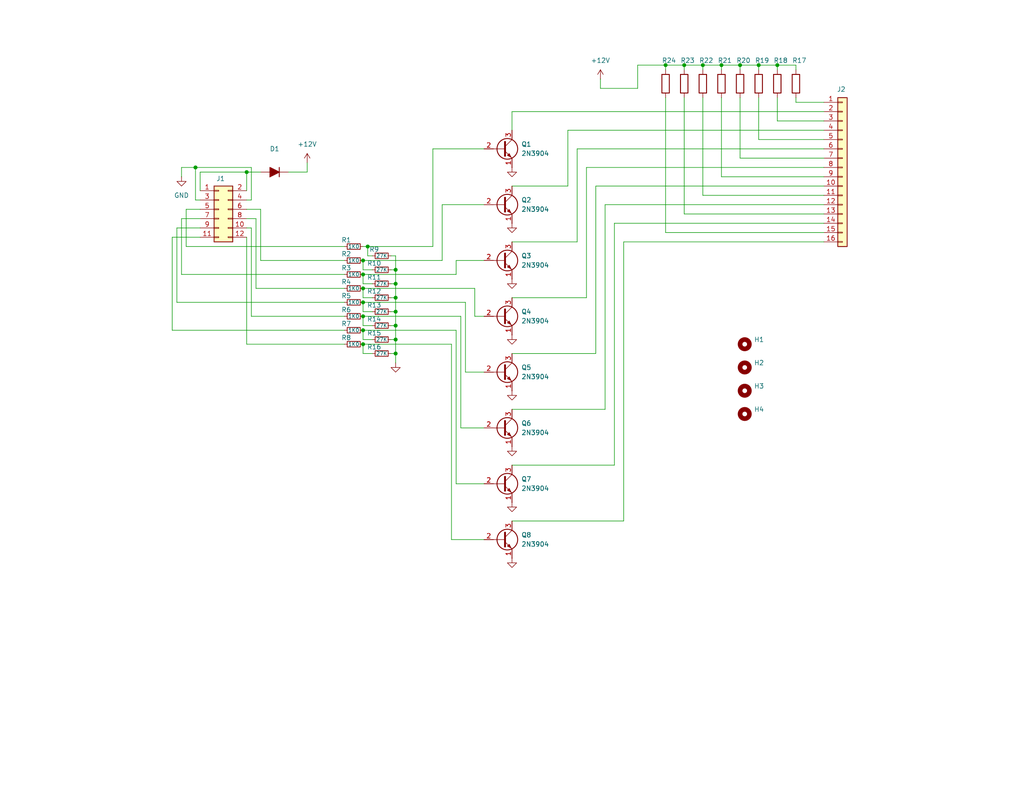
<source format=kicad_sch>
(kicad_sch (version 20250114) (generator "eeschema") (generator_version "9.0")
  (paper "A")
  (title_block (title "Serial Model Railroad Control") (date "2025-03-23") (rev "n/c") (company "DMFE") (comment 1 "Lighting Daughter Board") (comment 2 "8 independent transistor outputs"))
  (lib_symbols
    (symbol "Connector_Generic:Conn_01x16" (pin_names (offset 1.016) (hide yes))
      (property "Reference" "J" (at 0 20.32 0))
      (property "Value" "Conn_01x16" (at 0 -22.86 0))
      (symbol "Conn_01x16_1_1"
        (rectangle (start -1.27 19.05) (end 1.27 -21.59) (stroke (width 0.254)) (fill (type background)))
        (rectangle (start -1.27 17.907) (end 0 17.653) (stroke (width 0.1524)))
        (rectangle (start -1.27 15.367) (end 0 15.113) (stroke (width 0.1524)))
        (rectangle (start -1.27 12.827) (end 0 12.573) (stroke (width 0.1524)))
        (rectangle (start -1.27 10.287) (end 0 10.033) (stroke (width 0.1524)))
        (rectangle (start -1.27 7.747) (end 0 7.493) (stroke (width 0.1524)))
        (rectangle (start -1.27 5.207) (end 0 4.953) (stroke (width 0.1524)))
        (rectangle (start -1.27 2.667) (end 0 2.413) (stroke (width 0.1524)))
        (rectangle (start -1.27 0.127) (end 0 -0.127) (stroke (width 0.1524)))
        (rectangle (start -1.27 -2.413) (end 0 -2.667) (stroke (width 0.1524)))
        (rectangle (start -1.27 -4.953) (end 0 -5.207) (stroke (width 0.1524)))
        (rectangle (start -1.27 -7.493) (end 0 -7.747) (stroke (width 0.1524)))
        (rectangle (start -1.27 -10.033) (end 0 -10.287) (stroke (width 0.1524)))
        (rectangle (start -1.27 -12.573) (end 0 -12.827) (stroke (width 0.1524)))
        (rectangle (start -1.27 -15.113) (end 0 -15.367) (stroke (width 0.1524)))
        (rectangle (start -1.27 -17.653) (end 0 -17.907) (stroke (width 0.1524)))
        (rectangle (start -1.27 -20.193) (end 0 -20.447) (stroke (width 0.1524)))
        (pin passive line (at -5.08 17.78 0) (length 3.81) (name "Pin_1") (number "1"))
        (pin passive line (at -5.08 15.24 0) (length 3.81) (name "Pin_2") (number "2"))
        (pin passive line (at -5.08 12.7 0) (length 3.81) (name "Pin_3") (number "3"))
        (pin passive line (at -5.08 10.16 0) (length 3.81) (name "Pin_4") (number "4"))
        (pin passive line (at -5.08 7.62 0) (length 3.81) (name "Pin_5") (number "5"))
        (pin passive line (at -5.08 5.08 0) (length 3.81) (name "Pin_6") (number "6"))
        (pin passive line (at -5.08 2.54 0) (length 3.81) (name "Pin_7") (number "7"))
        (pin passive line (at -5.08 0 0) (length 3.81) (name "Pin_8") (number "8"))
        (pin passive line (at -5.08 -2.54 0) (length 3.81) (name "Pin_9") (number "9"))
        (pin passive line (at -5.08 -5.08 0) (length 3.81) (name "Pin_10") (number "10"))
        (pin passive line (at -5.08 -7.62 0) (length 3.81) (name "Pin_11") (number "11"))
        (pin passive line (at -5.08 -10.16 0) (length 3.81) (name "Pin_12") (number "12"))
        (pin passive line (at -5.08 -12.7 0) (length 3.81) (name "Pin_13") (number "13"))
        (pin passive line (at -5.08 -15.24 0) (length 3.81) (name "Pin_14") (number "14"))
        (pin passive line (at -5.08 -17.78 0) (length 3.81) (name "Pin_15") (number "15"))
        (pin passive line (at -5.08 -20.32 0) (length 3.81) (name "Pin_16") (number "16"))
      )
    )
    (symbol "Connector_Generic:Conn_02x06_Odd_Even" (pin_names (offset 1.016) (hide yes))
      (property "Reference" "J" (at 1.27 7.62 0))
      (property "Value" "Conn_02x06_Odd_Even" (at 1.27 -10.16 0))
      (symbol "Conn_02x06_Odd_Even_1_1"
        (rectangle (start -1.27 6.35) (end 3.81 -8.89) (stroke (width 0.254)) (fill (type background)))
        (rectangle (start -1.27 5.207) (end 0 4.953) (stroke (width 0.1524)))
        (rectangle (start -1.27 2.667) (end 0 2.413) (stroke (width 0.1524)))
        (rectangle (start -1.27 0.127) (end 0 -0.127) (stroke (width 0.1524)))
        (rectangle (start -1.27 -2.413) (end 0 -2.667) (stroke (width 0.1524)))
        (rectangle (start -1.27 -4.953) (end 0 -5.207) (stroke (width 0.1524)))
        (rectangle (start -1.27 -7.493) (end 0 -7.747) (stroke (width 0.1524)))
        (rectangle (start 3.81 5.207) (end 2.54 4.953) (stroke (width 0.1524)))
        (rectangle (start 3.81 2.667) (end 2.54 2.413) (stroke (width 0.1524)))
        (rectangle (start 3.81 0.127) (end 2.54 -0.127) (stroke (width 0.1524)))
        (rectangle (start 3.81 -2.413) (end 2.54 -2.667) (stroke (width 0.1524)))
        (rectangle (start 3.81 -4.953) (end 2.54 -5.207) (stroke (width 0.1524)))
        (rectangle (start 3.81 -7.493) (end 2.54 -7.747) (stroke (width 0.1524)))
        (pin passive line (at -5.08 5.08 0) (length 3.81) (name "Pin_1") (number "1"))
        (pin passive line (at -5.08 2.54 0) (length 3.81) (name "Pin_3") (number "3"))
        (pin passive line (at -5.08 0 0) (length 3.81) (name "Pin_5") (number "5"))
        (pin passive line (at -5.08 -2.54 0) (length 3.81) (name "Pin_7") (number "7"))
        (pin passive line (at -5.08 -5.08 0) (length 3.81) (name "Pin_9") (number "9"))
        (pin passive line (at -5.08 -7.62 0) (length 3.81) (name "Pin_11") (number "11"))
        (pin passive line (at 7.62 5.08 180) (length 3.81) (name "Pin_2") (number "2"))
        (pin passive line (at 7.62 2.54 180) (length 3.81) (name "Pin_4") (number "4"))
        (pin passive line (at 7.62 0 180) (length 3.81) (name "Pin_6") (number "6"))
        (pin passive line (at 7.62 -2.54 180) (length 3.81) (name "Pin_8") (number "8"))
        (pin passive line (at 7.62 -5.08 180) (length 3.81) (name "Pin_10") (number "10"))
        (pin passive line (at 7.62 -7.62 180) (length 3.81) (name "Pin_12") (number "12"))
      )
    )
    (symbol "Device:D_Filled" (pin_numbers (hide yes)) (pin_names (offset 1.016) (hide yes))
      (property "Reference" "D" (at 0 2.54 0))
      (property "Value" "D_Filled" (at 0 -2.54 0))
      (symbol "D_Filled_0_1"
        (polyline (pts (xy -1.27 1.27) (xy -1.27 -1.27)) (stroke (width 0.254)))
        (polyline (pts (xy 1.27 1.27) (xy 1.27 -1.27) (xy -1.27 0) (xy 1.27 1.27)) (stroke (width 0.254)) (fill (type outline)))
        (polyline (pts (xy 1.27 0) (xy -1.27 0)))
      )
      (symbol "D_Filled_1_1"
        (pin passive line (at -3.81 0 0) (length 2.54) (name "K") (number "1"))
        (pin passive line (at 3.81 0 180) (length 2.54) (name "A") (number "2"))
      )
    )
    (symbol "Device:R" (pin_numbers (hide yes)) (pin_names (offset 0))
      (property "Reference" "R" (at 2.032 0 90))
      (property "Value" "R" (at 0 0 90))
      (symbol "R_0_1"
        (rectangle (start -1.016 -2.54) (end 1.016 2.54) (stroke (width 0.254)))
      )
      (symbol "R_1_1"
        (pin passive line (at 0 3.81 270) (length 1.27) (name "~") (number "1"))
        (pin passive line (at 0 -3.81 90) (length 1.27) (name "~") (number "2"))
      )
    )
    (symbol "Device:R_Small" (pin_numbers (hide yes)) (pin_names (offset 0.254) (hide yes))
      (property "Reference" "R" (at 0.762 0.508 0))
      (property "Value" "R_Small" (at 0.762 -1.016 0))
      (symbol "R_Small_0_1"
        (rectangle (start -0.762 1.778) (end 0.762 -1.778) (stroke (width 0.2032)))
      )
      (symbol "R_Small_1_1"
        (pin passive line (at 0 2.54 270) (length 0.762) (name "~") (number "1"))
        (pin passive line (at 0 -2.54 90) (length 0.762) (name "~") (number "2"))
      )
    )
    (symbol "Mechanical:MountingHole" (pin_names (offset 1.016)) (exclude_from_sim yes) (in_bom no)
      (property "Reference" "H" (at 0 5.08 0))
      (property "Value" "MountingHole" (at 0 3.175 0))
      (symbol "MountingHole_0_1"
        (circle (center 0 0) (radius 1.27) (stroke (width 1.27)))
      )
    )
    (symbol "Transistor_BJT:2N3904" (pin_names (offset 0) (hide yes))
      (property "Reference" "Q" (at 5.08 1.905 0))
      (property "Value" "2N3904" (at 5.08 0 0))
      (symbol "2N3904_0_1"
        (polyline (pts (xy -2.54 0) (xy 0.635 0)))
        (polyline (pts (xy 0.635 1.905) (xy 0.635 -1.905)) (stroke (width 0.508)))
        (circle (center 1.27 0) (radius 2.8194) (stroke (width 0.254)))
      )
      (symbol "2N3904_1_1"
        (polyline (pts (xy 0.635 0.635) (xy 2.54 2.54)))
        (polyline (pts (xy 0.635 -0.635) (xy 2.54 -2.54)))
        (polyline (pts (xy 1.27 -1.778) (xy 1.778 -1.27) (xy 2.286 -2.286) (xy 1.27 -1.778)) (fill (type outline)))
        (pin input line (at -5.08 0 0) (length 2.54) (name "B") (number "2"))
        (pin passive line (at 2.54 5.08 270) (length 2.54) (name "C") (number "3"))
        (pin passive line (at 2.54 -5.08 90) (length 2.54) (name "E") (number "1"))
      )
    )
    (symbol "power:+12V" (power) (pin_numbers (hide yes)) (pin_names (offset 0) (hide yes))
      (property "Value" "+12V" (at 0 3.556 0))
      (symbol "+12V_0_1"
        (polyline (pts (xy -0.762 1.27) (xy 0 2.54)))
        (polyline (pts (xy 0 2.54) (xy 0.762 1.27)))
        (polyline (pts (xy 0 0) (xy 0 2.54)))
      )
      (symbol "+12V_1_1"
        (pin power_in line (at 0 0 90) (length 0) (name "~") (number "1"))
      )
    )
    (symbol "power:GND" (power) (pin_numbers (hide yes)) (pin_names (offset 0) (hide yes))
      (property "Value" "GND" (at 0 -3.81 0))
      (symbol "GND_0_1"
        (polyline (pts (xy 0 0) (xy 0 -1.27) (xy 1.27 -1.27) (xy 0 -2.54) (xy -1.27 -1.27) (xy 0 -1.27)))
      )
      (symbol "GND_1_1"
        (pin power_in line (at 0 0 270) (length 0) (name "~") (number "1"))
      )
    )
  )
  (junction (at 186.69 17.78))
  (junction (at 107.95 81.28))
  (junction (at 99.06 74.93))
  (junction (at 99.06 90.17))
  (junction (at 99.06 93.98))
  (junction (at 107.95 92.71))
  (junction (at 99.06 78.74))
  (junction (at 107.95 77.47))
  (junction (at 191.77 17.78))
  (junction (at 99.06 71.12))
  (junction (at 201.93 17.78))
  (junction (at 207.01 17.78))
  (junction (at 196.85 17.78))
  (junction (at 99.06 82.55))
  (junction (at 53.34 45.72))
  (junction (at 107.95 88.9))
  (junction (at 107.95 73.66))
  (junction (at 107.95 96.52))
  (junction (at 181.61 17.78))
  (junction (at 99.06 86.36))
  (junction (at 100.33 67.31))
  (junction (at 67.31 46.99))
  (junction (at 212.09 17.78))
  (junction (at 107.95 85.09))
  (wire (pts (xy 107.95 81.28) (xy 107.95 77.47)))
  (wire (pts (xy 99.06 88.9) (xy 101.6 88.9)))
  (wire (pts (xy 93.98 71.12) (xy 71.12 71.12)))
  (wire (pts (xy 99.06 92.71) (xy 101.6 92.71)))
  (wire (pts (xy 125.73 116.84) (xy 132.08 116.84)))
  (wire (pts (xy 196.85 17.78) (xy 201.93 17.78)))
  (wire (pts (xy 99.06 78.74) (xy 99.06 81.28)))
  (wire (pts (xy 162.56 50.8) (xy 224.79 50.8)))
  (wire (pts (xy 170.18 66.04) (xy 224.79 66.04)))
  (wire (pts (xy 54.61 52.07) (xy 54.61 46.99)))
  (wire (pts (xy 50.8 67.31) (xy 50.8 57.15)))
  (wire (pts (xy 93.98 78.74) (xy 69.85 78.74)))
  (wire (pts (xy 139.7 30.48) (xy 224.79 30.48)))
  (wire (pts (xy 123.19 93.98) (xy 123.19 147.32)))
  (wire (pts (xy 186.69 26.67) (xy 186.69 58.42)))
  (wire (pts (xy 196.85 26.67) (xy 196.85 48.26)))
  (wire (pts (xy 93.98 90.17) (xy 46.99 90.17)))
  (wire (pts (xy 139.7 96.52) (xy 162.56 96.52)))
  (wire (pts (xy 48.26 62.23) (xy 54.61 62.23)))
  (wire (pts (xy 69.85 59.69) (xy 67.31 59.69)))
  (wire (pts (xy 120.65 71.12) (xy 120.65 55.88)))
  (wire (pts (xy 165.1 55.88) (xy 224.79 55.88)))
  (wire (pts (xy 124.46 71.12) (xy 132.08 71.12)))
  (wire (pts (xy 124.46 132.08) (xy 132.08 132.08)))
  (wire (pts (xy 186.69 17.78) (xy 191.77 17.78)))
  (wire (pts (xy 106.68 88.9) (xy 107.95 88.9)))
  (wire (pts (xy 127 101.6) (xy 132.08 101.6)))
  (wire (pts (xy 181.61 17.78) (xy 186.69 17.78)))
  (wire (pts (xy 99.06 74.93) (xy 99.06 77.47)))
  (wire (pts (xy 165.1 111.76) (xy 165.1 55.88)))
  (wire (pts (xy 139.7 30.48) (xy 139.7 35.56)))
  (wire (pts (xy 54.61 54.61) (xy 53.34 54.61)))
  (wire (pts (xy 106.68 77.47) (xy 107.95 77.47)))
  (wire (pts (xy 217.17 17.78) (xy 217.17 19.05)))
  (wire (pts (xy 71.12 71.12) (xy 71.12 57.15)))
  (wire (pts (xy 107.95 69.85) (xy 106.68 69.85)))
  (wire (pts (xy 83.82 46.99) (xy 83.82 44.45)))
  (wire (pts (xy 100.33 67.31) (xy 100.33 69.85)))
  (wire (pts (xy 99.06 77.47) (xy 101.6 77.47)))
  (wire (pts (xy 50.8 57.15) (xy 54.61 57.15)))
  (wire (pts (xy 212.09 17.78) (xy 212.09 19.05)))
  (wire (pts (xy 191.77 26.67) (xy 191.77 53.34)))
  (wire (pts (xy 207.01 17.78) (xy 212.09 17.78)))
  (wire (pts (xy 154.94 50.8) (xy 154.94 35.56)))
  (wire (pts (xy 78.74 46.99) (xy 83.82 46.99)))
  (wire (pts (xy 67.31 93.98) (xy 67.31 64.77)))
  (wire (pts (xy 106.68 81.28) (xy 107.95 81.28)))
  (wire (pts (xy 217.17 27.94) (xy 224.79 27.94)))
  (wire (pts (xy 139.7 81.28) (xy 160.02 81.28)))
  (wire (pts (xy 139.7 142.24) (xy 170.18 142.24)))
  (wire (pts (xy 212.09 26.67) (xy 212.09 33.02)))
  (wire (pts (xy 93.98 67.31) (xy 50.8 67.31)))
  (wire (pts (xy 68.58 54.61) (xy 67.31 54.61)))
  (wire (pts (xy 54.61 46.99) (xy 67.31 46.99)))
  (wire (pts (xy 127 82.55) (xy 127 101.6)))
  (wire (pts (xy 67.31 46.99) (xy 67.31 52.07)))
  (wire (pts (xy 68.58 45.72) (xy 68.58 54.61)))
  (wire (pts (xy 139.7 50.8) (xy 154.94 50.8)))
  (wire (pts (xy 201.93 17.78) (xy 207.01 17.78)))
  (wire (pts (xy 99.06 90.17) (xy 124.46 90.17)))
  (wire (pts (xy 67.31 46.99) (xy 71.12 46.99)))
  (wire (pts (xy 107.95 77.47) (xy 107.95 73.66)))
  (wire (pts (xy 107.95 85.09) (xy 107.95 81.28)))
  (wire (pts (xy 106.68 96.52) (xy 107.95 96.52)))
  (wire (pts (xy 173.99 24.13) (xy 173.99 17.78)))
  (wire (pts (xy 99.06 67.31) (xy 100.33 67.31)))
  (wire (pts (xy 191.77 53.34) (xy 224.79 53.34)))
  (wire (pts (xy 217.17 26.67) (xy 217.17 27.94)))
  (wire (pts (xy 49.53 59.69) (xy 54.61 59.69)))
  (wire (pts (xy 107.95 73.66) (xy 107.95 69.85)))
  (wire (pts (xy 163.83 24.13) (xy 173.99 24.13)))
  (wire (pts (xy 69.85 78.74) (xy 69.85 59.69)))
  (wire (pts (xy 162.56 96.52) (xy 162.56 50.8)))
  (wire (pts (xy 181.61 26.67) (xy 181.61 63.5)))
  (wire (pts (xy 68.58 86.36) (xy 68.58 62.23)))
  (wire (pts (xy 201.93 43.18) (xy 224.79 43.18)))
  (wire (pts (xy 125.73 86.36) (xy 125.73 116.84)))
  (wire (pts (xy 68.58 62.23) (xy 67.31 62.23)))
  (wire (pts (xy 106.68 92.71) (xy 107.95 92.71)))
  (wire (pts (xy 139.7 127) (xy 167.64 127)))
  (wire (pts (xy 71.12 57.15) (xy 67.31 57.15)))
  (wire (pts (xy 99.06 86.36) (xy 125.73 86.36)))
  (wire (pts (xy 99.06 93.98) (xy 123.19 93.98)))
  (wire (pts (xy 191.77 17.78) (xy 196.85 17.78)))
  (wire (pts (xy 93.98 86.36) (xy 68.58 86.36)))
  (wire (pts (xy 201.93 26.67) (xy 201.93 43.18)))
  (wire (pts (xy 160.02 45.72) (xy 224.79 45.72)))
  (wire (pts (xy 99.06 81.28) (xy 101.6 81.28)))
  (wire (pts (xy 170.18 142.24) (xy 170.18 66.04)))
  (wire (pts (xy 129.54 78.74) (xy 129.54 86.36)))
  (wire (pts (xy 99.06 86.36) (xy 99.06 88.9)))
  (wire (pts (xy 107.95 92.71) (xy 107.95 88.9)))
  (wire (pts (xy 46.99 90.17) (xy 46.99 64.77)))
  (wire (pts (xy 107.95 96.52) (xy 107.95 92.71)))
  (wire (pts (xy 186.69 17.78) (xy 186.69 19.05)))
  (wire (pts (xy 196.85 48.26) (xy 224.79 48.26)))
  (wire (pts (xy 123.19 147.32) (xy 132.08 147.32)))
  (wire (pts (xy 99.06 93.98) (xy 99.06 96.52)))
  (wire (pts (xy 167.64 127) (xy 167.64 60.96)))
  (wire (pts (xy 46.99 64.77) (xy 54.61 64.77)))
  (wire (pts (xy 163.83 21.59) (xy 163.83 24.13)))
  (wire (pts (xy 99.06 82.55) (xy 127 82.55)))
  (wire (pts (xy 99.06 82.55) (xy 99.06 85.09)))
  (wire (pts (xy 99.06 73.66) (xy 101.6 73.66)))
  (wire (pts (xy 154.94 35.56) (xy 224.79 35.56)))
  (wire (pts (xy 186.69 58.42) (xy 224.79 58.42)))
  (wire (pts (xy 191.77 17.78) (xy 191.77 19.05)))
  (wire (pts (xy 99.06 85.09) (xy 101.6 85.09)))
  (wire (pts (xy 173.99 17.78) (xy 181.61 17.78)))
  (wire (pts (xy 49.53 48.26) (xy 49.53 45.72)))
  (wire (pts (xy 106.68 73.66) (xy 107.95 73.66)))
  (wire (pts (xy 48.26 82.55) (xy 48.26 62.23)))
  (wire (pts (xy 207.01 17.78) (xy 207.01 19.05)))
  (wire (pts (xy 129.54 86.36) (xy 132.08 86.36)))
  (wire (pts (xy 49.53 45.72) (xy 53.34 45.72)))
  (wire (pts (xy 118.11 40.64) (xy 132.08 40.64)))
  (wire (pts (xy 99.06 71.12) (xy 120.65 71.12)))
  (wire (pts (xy 139.7 66.04) (xy 157.48 66.04)))
  (wire (pts (xy 207.01 26.67) (xy 207.01 38.1)))
  (wire (pts (xy 212.09 17.78) (xy 217.17 17.78)))
  (wire (pts (xy 106.68 85.09) (xy 107.95 85.09)))
  (wire (pts (xy 201.93 17.78) (xy 201.93 19.05)))
  (wire (pts (xy 99.06 78.74) (xy 129.54 78.74)))
  (wire (pts (xy 181.61 17.78) (xy 181.61 19.05)))
  (wire (pts (xy 49.53 74.93) (xy 49.53 59.69)))
  (wire (pts (xy 99.06 74.93) (xy 124.46 74.93)))
  (wire (pts (xy 181.61 63.5) (xy 224.79 63.5)))
  (wire (pts (xy 53.34 45.72) (xy 68.58 45.72)))
  (wire (pts (xy 93.98 74.93) (xy 49.53 74.93)))
  (wire (pts (xy 107.95 88.9) (xy 107.95 85.09)))
  (wire (pts (xy 207.01 38.1) (xy 224.79 38.1)))
  (wire (pts (xy 100.33 69.85) (xy 101.6 69.85)))
  (wire (pts (xy 212.09 33.02) (xy 224.79 33.02)))
  (wire (pts (xy 157.48 66.04) (xy 157.48 40.64)))
  (wire (pts (xy 157.48 40.64) (xy 224.79 40.64)))
  (wire (pts (xy 107.95 99.06) (xy 107.95 96.52)))
  (wire (pts (xy 124.46 90.17) (xy 124.46 132.08)))
  (wire (pts (xy 160.02 81.28) (xy 160.02 45.72)))
  (wire (pts (xy 118.11 67.31) (xy 118.11 40.64)))
  (wire (pts (xy 124.46 74.93) (xy 124.46 71.12)))
  (wire (pts (xy 196.85 17.78) (xy 196.85 19.05)))
  (wire (pts (xy 99.06 90.17) (xy 99.06 92.71)))
  (wire (pts (xy 53.34 54.61) (xy 53.34 45.72)))
  (wire (pts (xy 99.06 71.12) (xy 99.06 73.66)))
  (wire (pts (xy 93.98 82.55) (xy 48.26 82.55)))
  (wire (pts (xy 99.06 96.52) (xy 101.6 96.52)))
  (wire (pts (xy 120.65 55.88) (xy 132.08 55.88)))
  (wire (pts (xy 167.64 60.96) (xy 224.79 60.96)))
  (wire (pts (xy 139.7 111.76) (xy 165.1 111.76)))
  (wire (pts (xy 93.98 93.98) (xy 67.31 93.98)))
  (wire (pts (xy 100.33 67.31) (xy 118.11 67.31)))
  (symbol (lib_id "Transistor_BJT:2N3904") (at 137.16 116.84 0) (unit 1)
    (property "Reference" "Q6" (at 142.24 115.5699 0) (effects (justify left)))
    (property "Value" "2N3904" (at 142.24 118.1099 0) (effects (justify left)))
    (property "Footprint" "Package_TO_SOT_THT:TO-92_Inline" (effects (hide yes)))
    (property "Datasheet" "https://www.onsemi.com/pub/Collateral/2N3903-D.PDF" (effects (hide yes)))
    (property "Description" "0.2A Ic, 40V Vce, Small Signal NPN Transistor, TO-92" (effects (hide yes)))
  )
  (symbol (lib_id "Device:R_Small") (at 104.14 96.52 90) (unit 1)
    (property "Reference" "R16" (at 102.108 94.742 90))
    (property "Value" "27K" (at 104.14 96.52 90) (effects (font (size 1.016 1.016))))
    (property "Footprint" "Resistor_SMD:R_0805_2012Metric_Pad1.20x1.40mm_HandSolder" (effects (hide yes)))
    (property "Description" "Resistor, small symbol" (effects (hide yes)))
  )
  (symbol (lib_id "Device:R_Small") (at 96.52 74.93 90) (unit 1)
    (property "Reference" "R3" (at 94.488 73.152 90))
    (property "Value" "1K0" (at 96.52 74.93 90) (effects (font (size 1.016 1.016))))
    (property "Footprint" "Resistor_SMD:R_0805_2012Metric_Pad1.20x1.40mm_HandSolder" (effects (hide yes)))
    (property "Description" "Resistor, small symbol" (effects (hide yes)))
  )
  (symbol (lib_id "Device:R_Small") (at 96.52 67.31 90) (unit 1)
    (property "Reference" "R1" (at 94.488 65.532 90))
    (property "Value" "1K0" (at 96.52 67.31 90) (effects (font (size 1.016 1.016))))
    (property "Footprint" "Resistor_SMD:R_0805_2012Metric_Pad1.20x1.40mm_HandSolder" (effects (hide yes)))
    (property "Description" "Resistor, small symbol" (effects (hide yes)))
  )
  (symbol (lib_id "Transistor_BJT:2N3904") (at 137.16 71.12 0) (unit 1)
    (property "Reference" "Q3" (at 142.24 69.8499 0) (effects (justify left)))
    (property "Value" "2N3904" (at 142.24 72.3899 0) (effects (justify left)))
    (property "Footprint" "Package_TO_SOT_THT:TO-92_Inline" (effects (hide yes)))
    (property "Datasheet" "https://www.onsemi.com/pub/Collateral/2N3903-D.PDF" (effects (hide yes)))
    (property "Description" "0.2A Ic, 40V Vce, Small Signal NPN Transistor, TO-92" (effects (hide yes)))
  )
  (symbol (lib_id "Device:R") (at 196.85 22.86 0) (unit 1)
    (property "Reference" "R21" (at 195.834 16.51 0) (effects (justify left)))
    (property "Value" "1K0" (effects (hide yes)))
    (property "Footprint" "Resistor_THT:R_Axial_DIN0207_L6.3mm_D2.5mm_P10.16mm_Horizontal" (effects (hide yes)))
    (property "Description" "Resistor" (effects (hide yes)))
  )
  (symbol (lib_id "Device:R") (at 207.01 22.86 0) (unit 1)
    (property "Reference" "R19" (at 205.994 16.51 0) (effects (justify left)))
    (property "Value" "1K0" (effects (hide yes)))
    (property "Footprint" "Resistor_THT:R_Axial_DIN0207_L6.3mm_D2.5mm_P10.16mm_Horizontal" (effects (hide yes)))
    (property "Description" "Resistor" (effects (hide yes)))
  )
  (symbol (lib_id "Transistor_BJT:2N3904") (at 137.16 86.36 0) (unit 1)
    (property "Reference" "Q4" (at 142.24 85.0899 0) (effects (justify left)))
    (property "Value" "2N3904" (at 142.24 87.6299 0) (effects (justify left)))
    (property "Footprint" "Package_TO_SOT_THT:TO-92_Inline" (effects (hide yes)))
    (property "Datasheet" "https://www.onsemi.com/pub/Collateral/2N3903-D.PDF" (effects (hide yes)))
    (property "Description" "0.2A Ic, 40V Vce, Small Signal NPN Transistor, TO-92" (effects (hide yes)))
  )
  (symbol (lib_id "Device:R") (at 181.61 22.86 0) (unit 1)
    (property "Reference" "R24" (at 180.594 16.51 0) (effects (justify left)))
    (property "Value" "1K0" (effects (hide yes)))
    (property "Footprint" "Resistor_THT:R_Axial_DIN0207_L6.3mm_D2.5mm_P10.16mm_Horizontal" (effects (hide yes)))
    (property "Description" "Resistor" (effects (hide yes)))
  )
  (symbol (lib_id "power:GND") (at 139.7 137.16 0) (unit 1)
    (property "Reference" "#PWR09" (effects (hide yes)))
    (property "Value" "GND" (effects (hide yes)))
    (property "Description" "Power symbol creates a global label with name \"GND\" , ground" (effects (hide yes)))
  )
  (symbol (lib_id "Device:R_Small") (at 104.14 81.28 90) (unit 1)
    (property "Reference" "R12" (at 102.108 79.502 90))
    (property "Value" "27K" (at 104.14 81.28 90) (effects (font (size 1.016 1.016))))
    (property "Footprint" "Resistor_SMD:R_0805_2012Metric_Pad1.20x1.40mm_HandSolder" (effects (hide yes)))
    (property "Description" "Resistor, small symbol" (effects (hide yes)))
  )
  (symbol (lib_id "power:GND") (at 139.7 152.4 0) (unit 1)
    (property "Reference" "#PWR010" (effects (hide yes)))
    (property "Value" "GND" (effects (hide yes)))
    (property "Description" "Power symbol creates a global label with name \"GND\" , ground" (effects (hide yes)))
  )
  (symbol (lib_id "Device:R_Small") (at 96.52 71.12 90) (unit 1)
    (property "Reference" "R2" (at 94.488 69.342 90))
    (property "Value" "1K0" (at 96.52 71.12 90) (effects (font (size 1.016 1.016))))
    (property "Footprint" "Resistor_SMD:R_0805_2012Metric_Pad1.20x1.40mm_HandSolder" (effects (hide yes)))
    (property "Description" "Resistor, small symbol" (effects (hide yes)))
  )
  (symbol (lib_id "Device:R_Small") (at 96.52 78.74 90) (unit 1)
    (property "Reference" "R4" (at 94.488 76.962 90))
    (property "Value" "1K0" (at 96.52 78.74 90) (effects (font (size 1.016 1.016))))
    (property "Footprint" "Resistor_SMD:R_0805_2012Metric_Pad1.20x1.40mm_HandSolder" (effects (hide yes)))
    (property "Description" "Resistor, small symbol" (effects (hide yes)))
  )
  (symbol (lib_id "Device:R") (at 186.69 22.86 0) (unit 1)
    (property "Reference" "R23" (at 185.674 16.51 0) (effects (justify left)))
    (property "Value" "1K0" (effects (hide yes)))
    (property "Footprint" "Resistor_THT:R_Axial_DIN0207_L6.3mm_D2.5mm_P10.16mm_Horizontal" (effects (hide yes)))
    (property "Description" "Resistor" (effects (hide yes)))
  )
  (symbol (lib_id "power:GND") (at 139.7 91.44 0) (unit 1)
    (property "Reference" "#PWR06" (effects (hide yes)))
    (property "Value" "GND" (effects (hide yes)))
    (property "Description" "Power symbol creates a global label with name \"GND\" , ground" (effects (hide yes)))
  )
  (symbol (lib_id "Device:R_Small") (at 96.52 93.98 90) (unit 1)
    (property "Reference" "R8" (at 94.488 92.202 90))
    (property "Value" "1K0" (at 96.52 93.98 90) (effects (font (size 1.016 1.016))))
    (property "Footprint" "Resistor_SMD:R_0805_2012Metric_Pad1.20x1.40mm_HandSolder" (effects (hide yes)))
    (property "Description" "Resistor, small symbol" (effects (hide yes)))
  )
  (symbol (lib_id "Device:R") (at 191.77 22.86 0) (unit 1)
    (property "Reference" "R22" (at 190.754 16.51 0) (effects (justify left)))
    (property "Value" "1K0" (effects (hide yes)))
    (property "Footprint" "Resistor_THT:R_Axial_DIN0207_L6.3mm_D2.5mm_P10.16mm_Horizontal" (effects (hide yes)))
    (property "Description" "Resistor" (effects (hide yes)))
  )
  (symbol (lib_id "Connector_Generic:Conn_02x06_Odd_Even") (at 59.69 57.15 0) (unit 1)
    (property "Reference" "J1" (at 60.198 48.768 0))
    (property "Value" "Conn_02x06_Odd_Even" (effects (hide yes)))
    (property "Footprint" "Connector_PinHeader_2.54mm:PinHeader_2x06_P2.54mm_Vertical" (effects (hide yes)))
    (property "Description" "Generic connector, double row, 02x06, odd/even pin numbering scheme (row 1 odd numbers, row 2 even numbers), script generated (kicad-library-utils/schlib/autogen/connector/)" (effects (hide yes)))
  )
  (symbol (lib_id "power:GND") (at 139.7 60.96 0) (unit 1)
    (property "Reference" "#PWR04" (effects (hide yes)))
    (property "Value" "GND" (effects (hide yes)))
    (property "Description" "Power symbol creates a global label with name \"GND\" , ground" (effects (hide yes)))
  )
  (symbol (lib_id "Device:R_Small") (at 96.52 90.17 90) (unit 1)
    (property "Reference" "R7" (at 94.488 88.392 90))
    (property "Value" "1K0" (at 96.52 90.17 90) (effects (font (size 1.016 1.016))))
    (property "Footprint" "Resistor_SMD:R_0805_2012Metric_Pad1.20x1.40mm_HandSolder" (effects (hide yes)))
    (property "Description" "Resistor, small symbol" (effects (hide yes)))
  )
  (symbol (lib_id "Device:R_Small") (at 104.14 69.85 90) (unit 1)
    (property "Reference" "R9" (at 102.108 68.072 90))
    (property "Value" "27K" (at 104.14 69.85 90) (effects (font (size 1.016 1.016))))
    (property "Footprint" "Resistor_SMD:R_0805_2012Metric_Pad1.20x1.40mm_HandSolder" (effects (hide yes)))
    (property "Description" "Resistor, small symbol" (effects (hide yes)))
  )
  (symbol (lib_id "Transistor_BJT:2N3904") (at 137.16 101.6 0) (unit 1)
    (property "Reference" "Q5" (at 142.24 100.3299 0) (effects (justify left)))
    (property "Value" "2N3904" (at 142.24 102.8699 0) (effects (justify left)))
    (property "Footprint" "Package_TO_SOT_THT:TO-92_Inline" (effects (hide yes)))
    (property "Datasheet" "https://www.onsemi.com/pub/Collateral/2N3903-D.PDF" (effects (hide yes)))
    (property "Description" "0.2A Ic, 40V Vce, Small Signal NPN Transistor, TO-92" (effects (hide yes)))
  )
  (symbol (lib_id "power:GND") (at 139.7 45.72 0) (unit 1)
    (property "Reference" "#PWR03" (effects (hide yes)))
    (property "Value" "GND" (effects (hide yes)))
    (property "Description" "Power symbol creates a global label with name \"GND\" , ground" (effects (hide yes)))
  )
  (symbol (lib_id "Device:R_Small") (at 104.14 85.09 90) (unit 1)
    (property "Reference" "R13" (at 102.108 83.312 90))
    (property "Value" "27K" (at 104.14 85.09 90) (effects (font (size 1.016 1.016))))
    (property "Footprint" "Resistor_SMD:R_0805_2012Metric_Pad1.20x1.40mm_HandSolder" (effects (hide yes)))
    (property "Description" "Resistor, small symbol" (effects (hide yes)))
  )
  (symbol (lib_id "Device:R_Small") (at 96.52 82.55 90) (unit 1)
    (property "Reference" "R5" (at 94.488 80.772 90))
    (property "Value" "1K0" (at 96.52 82.55 90) (effects (font (size 1.016 1.016))))
    (property "Footprint" "Resistor_SMD:R_0805_2012Metric_Pad1.20x1.40mm_HandSolder" (effects (hide yes)))
    (property "Description" "Resistor, small symbol" (effects (hide yes)))
  )
  (symbol (lib_id "power:GND") (at 107.95 99.06 0) (unit 1)
    (property "Reference" "#PWR011" (effects (hide yes)))
    (property "Value" "GND" (effects (hide yes)))
    (property "Description" "Power symbol creates a global label with name \"GND\" , ground" (effects (hide yes)))
  )
  (symbol (lib_id "Mechanical:MountingHole") (at 203.2 113.03 0) (unit 1) (exclude_from_sim yes) (in_bom no)
    (property "Reference" "H4" (at 205.74 111.7599 0) (effects (justify left)))
    (property "Value" "MountingHole" (effects (hide yes)))
    (property "Footprint" "MountingHole:MountingHole_3.2mm_M3" (effects (hide yes)))
    (property "Description" "Mounting Hole without connection" (effects (hide yes)))
  )
  (symbol (lib_id "power:GND") (at 139.7 121.92 0) (unit 1)
    (property "Reference" "#PWR08" (effects (hide yes)))
    (property "Value" "GND" (effects (hide yes)))
    (property "Description" "Power symbol creates a global label with name \"GND\" , ground" (effects (hide yes)))
  )
  (symbol (lib_id "Device:R") (at 212.09 22.86 0) (unit 1)
    (property "Reference" "R18" (at 211.074 16.51 0) (effects (justify left)))
    (property "Value" "1K0" (effects (hide yes)))
    (property "Footprint" "Resistor_THT:R_Axial_DIN0207_L6.3mm_D2.5mm_P10.16mm_Horizontal" (effects (hide yes)))
    (property "Description" "Resistor" (effects (hide yes)))
  )
  (symbol (lib_id "power:+12V") (at 163.83 21.59 0) (unit 1)
    (property "Reference" "#PWR012" (effects (hide yes)))
    (property "Value" "+12V" (at 163.83 16.51 0))
    (property "Description" "Power symbol creates a global label with name \"+12V\"" (effects (hide yes)))
  )
  (symbol (lib_id "Transistor_BJT:2N3904") (at 137.16 40.64 0) (unit 1)
    (property "Reference" "Q1" (at 142.24 39.3699 0) (effects (justify left)))
    (property "Value" "2N3904" (at 142.24 41.9099 0) (effects (justify left)))
    (property "Footprint" "Package_TO_SOT_THT:TO-92_Inline" (effects (hide yes)))
    (property "Datasheet" "https://www.onsemi.com/pub/Collateral/2N3903-D.PDF" (effects (hide yes)))
    (property "Description" "0.2A Ic, 40V Vce, Small Signal NPN Transistor, TO-92" (effects (hide yes)))
  )
  (symbol (lib_id "Mechanical:MountingHole") (at 203.2 100.33 0) (unit 1) (exclude_from_sim yes) (in_bom no)
    (property "Reference" "H2" (at 205.74 99.0599 0) (effects (justify left)))
    (property "Value" "MountingHole" (effects (hide yes)))
    (property "Footprint" "MountingHole:MountingHole_3.2mm_M3" (effects (hide yes)))
    (property "Description" "Mounting Hole without connection" (effects (hide yes)))
  )
  (symbol (lib_id "power:GND") (at 139.7 76.2 0) (unit 1)
    (property "Reference" "#PWR05" (effects (hide yes)))
    (property "Value" "GND" (effects (hide yes)))
    (property "Description" "Power symbol creates a global label with name \"GND\" , ground" (effects (hide yes)))
  )
  (symbol (lib_id "Device:R_Small") (at 104.14 73.66 90) (unit 1)
    (property "Reference" "R10" (at 102.108 71.882 90))
    (property "Value" "27K" (at 104.14 73.66 90) (effects (font (size 1.016 1.016))))
    (property "Footprint" "Resistor_SMD:R_0805_2012Metric_Pad1.20x1.40mm_HandSolder" (effects (hide yes)))
    (property "Description" "Resistor, small symbol" (effects (hide yes)))
  )
  (symbol (lib_id "power:+12V") (at 83.82 44.45 0) (unit 1)
    (property "Reference" "#PWR01" (effects (hide yes)))
    (property "Value" "+12V" (at 83.82 39.37 0))
    (property "Description" "Power symbol creates a global label with name \"+12V\"" (effects (hide yes)))
  )
  (symbol (lib_id "Mechanical:MountingHole") (at 203.2 93.98 0) (unit 1) (exclude_from_sim yes) (in_bom no)
    (property "Reference" "H1" (at 205.74 92.7099 0) (effects (justify left)))
    (property "Value" "MountingHole" (effects (hide yes)))
    (property "Footprint" "MountingHole:MountingHole_3.2mm_M3" (effects (hide yes)))
    (property "Description" "Mounting Hole without connection" (effects (hide yes)))
  )
  (symbol (lib_id "Device:R") (at 201.93 22.86 0) (unit 1)
    (property "Reference" "R20" (at 200.914 16.51 0) (effects (justify left)))
    (property "Value" "1K0" (effects (hide yes)))
    (property "Footprint" "Resistor_THT:R_Axial_DIN0207_L6.3mm_D2.5mm_P10.16mm_Horizontal" (effects (hide yes)))
    (property "Description" "Resistor" (effects (hide yes)))
  )
  (symbol (lib_id "Transistor_BJT:2N3904") (at 137.16 132.08 0) (unit 1)
    (property "Reference" "Q7" (at 142.24 130.8099 0) (effects (justify left)))
    (property "Value" "2N3904" (at 142.24 133.3499 0) (effects (justify left)))
    (property "Footprint" "Package_TO_SOT_THT:TO-92_Inline" (effects (hide yes)))
    (property "Datasheet" "https://www.onsemi.com/pub/Collateral/2N3903-D.PDF" (effects (hide yes)))
    (property "Description" "0.2A Ic, 40V Vce, Small Signal NPN Transistor, TO-92" (effects (hide yes)))
  )
  (symbol (lib_id "Device:R_Small") (at 104.14 88.9 90) (unit 1)
    (property "Reference" "R14" (at 102.108 87.122 90))
    (property "Value" "27K" (at 104.14 88.9 90) (effects (font (size 1.016 1.016))))
    (property "Footprint" "Resistor_SMD:R_0805_2012Metric_Pad1.20x1.40mm_HandSolder" (effects (hide yes)))
    (property "Description" "Resistor, small symbol" (effects (hide yes)))
  )
  (symbol (lib_id "Device:R") (at 217.17 22.86 0) (unit 1)
    (property "Reference" "R17" (at 216.154 16.51 0) (effects (justify left)))
    (property "Value" "1K0" (effects (hide yes)))
    (property "Footprint" "Resistor_THT:R_Axial_DIN0207_L6.3mm_D2.5mm_P10.16mm_Horizontal" (effects (hide yes)))
    (property "Description" "Resistor" (effects (hide yes)))
  )
  (symbol (lib_id "Mechanical:MountingHole") (at 203.2 106.68 0) (unit 1) (exclude_from_sim yes) (in_bom no)
    (property "Reference" "H3" (at 205.74 105.4099 0) (effects (justify left)))
    (property "Value" "MountingHole" (effects (hide yes)))
    (property "Footprint" "MountingHole:MountingHole_3.2mm_M3" (effects (hide yes)))
    (property "Description" "Mounting Hole without connection" (effects (hide yes)))
  )
  (symbol (lib_id "Device:D_Filled") (at 74.93 46.99 180) (unit 1)
    (property "Reference" "D1" (at 74.93 40.64 0))
    (property "Value" "SMA" (effects (hide yes)))
    (property "Footprint" "Diode_SMD:D_SMA_Handsoldering" (effects (hide yes)))
    (property "Description" "Diode, filled shape" (effects (hide yes)))
    (property "Sim.Device" "D" (effects (hide yes)))
    (property "Sim.Pins" "1=K 2=A" (effects (hide yes)))
  )
  (symbol (lib_id "Transistor_BJT:2N3904") (at 137.16 147.32 0) (unit 1)
    (property "Reference" "Q8" (at 142.24 146.0499 0) (effects (justify left)))
    (property "Value" "2N3904" (at 142.24 148.5899 0) (effects (justify left)))
    (property "Footprint" "Package_TO_SOT_THT:TO-92_Inline" (effects (hide yes)))
    (property "Datasheet" "https://www.onsemi.com/pub/Collateral/2N3903-D.PDF" (effects (hide yes)))
    (property "Description" "0.2A Ic, 40V Vce, Small Signal NPN Transistor, TO-92" (effects (hide yes)))
  )
  (symbol (lib_id "Device:R_Small") (at 104.14 77.47 90) (unit 1)
    (property "Reference" "R11" (at 102.108 75.692 90))
    (property "Value" "27K" (at 104.14 77.47 90) (effects (font (size 1.016 1.016))))
    (property "Footprint" "Resistor_SMD:R_0805_2012Metric_Pad1.20x1.40mm_HandSolder" (effects (hide yes)))
    (property "Description" "Resistor, small symbol" (effects (hide yes)))
  )
  (symbol (lib_id "power:GND") (at 49.53 48.26 0) (unit 1)
    (property "Reference" "#PWR02" (effects (hide yes)))
    (property "Value" "GND" (at 49.53 53.34 0))
    (property "Description" "Power symbol creates a global label with name \"GND\" , ground" (effects (hide yes)))
  )
  (symbol (lib_id "power:GND") (at 139.7 106.68 0) (unit 1)
    (property "Reference" "#PWR07" (effects (hide yes)))
    (property "Value" "GND" (effects (hide yes)))
    (property "Description" "Power symbol creates a global label with name \"GND\" , ground" (effects (hide yes)))
  )
  (symbol (lib_id "Connector_Generic:Conn_01x16") (at 229.87 45.72 0) (unit 1)
    (property "Reference" "J2" (at 228.346 24.384 0) (effects (justify left)))
    (property "Value" "Conn_01x16" (effects (hide yes)))
    (property "Footprint" "TerminalBlock_Phoenix:TerminalBlock_Phoenix_PT-1,5-16-3.5-H_1x16_P3.50mm_Horizontal" (effects (hide yes)))
    (property "Description" "Generic connector, single row, 01x16, script generated (kicad-library-utils/schlib/autogen/connector/)" (effects (hide yes)))
  )
  (symbol (lib_id "Device:R_Small") (at 104.14 92.71 90) (unit 1)
    (property "Reference" "R15" (at 102.108 90.932 90))
    (property "Value" "27K" (at 104.14 92.71 90) (effects (font (size 1.016 1.016))))
    (property "Footprint" "Resistor_SMD:R_0805_2012Metric_Pad1.20x1.40mm_HandSolder" (effects (hide yes)))
    (property "Description" "Resistor, small symbol" (effects (hide yes)))
  )
  (symbol (lib_id "Transistor_BJT:2N3904") (at 137.16 55.88 0) (unit 1)
    (property "Reference" "Q2" (at 142.24 54.6099 0) (effects (justify left)))
    (property "Value" "2N3904" (at 142.24 57.1499 0) (effects (justify left)))
    (property "Footprint" "Package_TO_SOT_THT:TO-92_Inline" (effects (hide yes)))
    (property "Datasheet" "https://www.onsemi.com/pub/Collateral/2N3903-D.PDF" (effects (hide yes)))
    (property "Description" "0.2A Ic, 40V Vce, Small Signal NPN Transistor, TO-92" (effects (hide yes)))
  )
  (symbol (lib_id "Device:R_Small") (at 96.52 86.36 90) (unit 1)
    (property "Reference" "R6" (at 94.488 84.582 90))
    (property "Value" "1K0" (at 96.52 86.36 90) (effects (font (size 1.016 1.016))))
    (property "Footprint" "Resistor_SMD:R_0805_2012Metric_Pad1.20x1.40mm_HandSolder" (effects (hide yes)))
    (property "Description" "Resistor, small symbol" (effects (hide yes)))
  )
)
</source>
